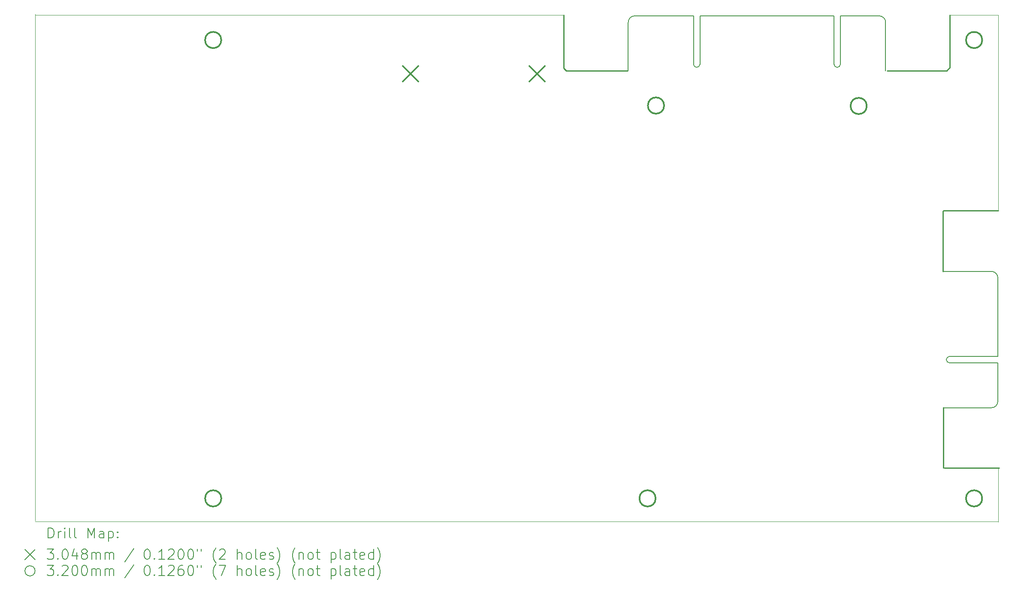
<source format=gbr>
%TF.GenerationSoftware,KiCad,Pcbnew,8.0.2*%
%TF.CreationDate,2024-05-25T17:17:49+02:00*%
%TF.ProjectId,micropet_v3,6d696372-6f70-4657-945f-76332e6b6963,rev?*%
%TF.SameCoordinates,Original*%
%TF.FileFunction,Drillmap*%
%TF.FilePolarity,Positive*%
%FSLAX45Y45*%
G04 Gerber Fmt 4.5, Leading zero omitted, Abs format (unit mm)*
G04 Created by KiCad (PCBNEW 8.0.2) date 2024-05-25 17:17:49*
%MOMM*%
%LPD*%
G01*
G04 APERTURE LIST*
%ADD10C,0.254000*%
%ADD11C,0.050000*%
%ADD12C,0.127000*%
%ADD13C,0.200000*%
%ADD14C,0.304800*%
%ADD15C,0.320000*%
G04 APERTURE END LIST*
D10*
X25278286Y-7762875D02*
X25294161Y-7747000D01*
D11*
X17805400Y-3890000D02*
X17805400Y-3890000D01*
X7366000Y-13890000D02*
X26372161Y-13890000D01*
X7366000Y-3873500D02*
X7366000Y-13873500D01*
D10*
X24182911Y-4984750D02*
X25357661Y-4984750D01*
X25294161Y-11636375D02*
X25294161Y-12827000D01*
D11*
X26365723Y-3889375D02*
X25425400Y-3889375D01*
X17805400Y-3890000D02*
X7366000Y-3890000D01*
D10*
X25421161Y-3886200D02*
X25421161Y-4921250D01*
X25278286Y-8953500D02*
X25278286Y-7762875D01*
X19055286Y-4984750D02*
X17848786Y-4984750D01*
X26373661Y-7747000D02*
X25294161Y-7747000D01*
X25357661Y-4984750D02*
X25421161Y-4921250D01*
X17801161Y-3886200D02*
X17801161Y-4937125D01*
D11*
X26372161Y-13898562D02*
X26372161Y-12827000D01*
X26372161Y-7747000D02*
X26372161Y-3890000D01*
D10*
X17848786Y-4984750D02*
X17801161Y-4937125D01*
X26389536Y-12827000D02*
X25310036Y-12827000D01*
D12*
X19071161Y-4032250D02*
X19071161Y-4984750D01*
X20358941Y-3905250D02*
X19198161Y-3905250D01*
X20358941Y-3905250D02*
X20358941Y-4857750D01*
X20485941Y-3905250D02*
X20485941Y-4857750D01*
X23132621Y-3905250D02*
X20485941Y-3905250D01*
X23132621Y-3905250D02*
X23132621Y-4857750D01*
X23259621Y-3905250D02*
X23259621Y-4857750D01*
X24024161Y-3905250D02*
X23259621Y-3905250D01*
X24151161Y-4984750D02*
X24151161Y-4032250D01*
X19071161Y-4032250D02*
G75*
G02*
X19198161Y-3905250I127000J0D01*
G01*
X20422441Y-4921250D02*
G75*
G02*
X20358941Y-4857750I0J63500D01*
G01*
X20485941Y-4857750D02*
G75*
G02*
X20422441Y-4921250I-63500J0D01*
G01*
X23196121Y-4921250D02*
G75*
G02*
X23132621Y-4857750I0J63500D01*
G01*
X23259621Y-4857750D02*
G75*
G02*
X23196121Y-4921250I-63500J0D01*
G01*
X24024161Y-3905250D02*
G75*
G02*
X24151161Y-4032250I0J-127000D01*
G01*
X25286223Y-11641137D02*
X26238723Y-11641137D01*
X26238723Y-8948738D02*
X25286223Y-8948738D01*
X26365723Y-10627678D02*
X25413223Y-10627678D01*
X26365723Y-10627678D02*
X26365723Y-9075738D01*
X26365723Y-10754678D02*
X25413223Y-10754678D01*
X26365723Y-11514137D02*
X26365723Y-10754678D01*
X25349723Y-10691178D02*
G75*
G02*
X25413223Y-10627678I63500J0D01*
G01*
X25413223Y-10754678D02*
G75*
G02*
X25349723Y-10691178I0J63500D01*
G01*
X26238723Y-8948738D02*
G75*
G02*
X26365723Y-9075738I0J-127000D01*
G01*
X26365723Y-11514137D02*
G75*
G02*
X26238723Y-11641137I-127000J0D01*
G01*
D13*
D14*
X14621081Y-4895850D02*
X14925881Y-5200650D01*
X14925881Y-4895850D02*
X14621081Y-5200650D01*
X17120441Y-4895850D02*
X17425241Y-5200650D01*
X17425241Y-4895850D02*
X17120441Y-5200650D01*
D15*
X11039661Y-4381500D02*
G75*
G02*
X10719661Y-4381500I-160000J0D01*
G01*
X10719661Y-4381500D02*
G75*
G02*
X11039661Y-4381500I160000J0D01*
G01*
X11039661Y-13430250D02*
G75*
G02*
X10719661Y-13430250I-160000J0D01*
G01*
X10719661Y-13430250D02*
G75*
G02*
X11039661Y-13430250I160000J0D01*
G01*
X19612161Y-13430250D02*
G75*
G02*
X19292161Y-13430250I-160000J0D01*
G01*
X19292161Y-13430250D02*
G75*
G02*
X19612161Y-13430250I160000J0D01*
G01*
X19778848Y-5675312D02*
G75*
G02*
X19458848Y-5675312I-160000J0D01*
G01*
X19458848Y-5675312D02*
G75*
G02*
X19778848Y-5675312I160000J0D01*
G01*
X23779348Y-5683250D02*
G75*
G02*
X23459348Y-5683250I-160000J0D01*
G01*
X23459348Y-5683250D02*
G75*
G02*
X23779348Y-5683250I160000J0D01*
G01*
X26057411Y-4381500D02*
G75*
G02*
X25737411Y-4381500I-160000J0D01*
G01*
X25737411Y-4381500D02*
G75*
G02*
X26057411Y-4381500I160000J0D01*
G01*
X26057411Y-13430250D02*
G75*
G02*
X25737411Y-13430250I-160000J0D01*
G01*
X25737411Y-13430250D02*
G75*
G02*
X26057411Y-13430250I160000J0D01*
G01*
D13*
X7624277Y-14212546D02*
X7624277Y-14012546D01*
X7624277Y-14012546D02*
X7671896Y-14012546D01*
X7671896Y-14012546D02*
X7700467Y-14022070D01*
X7700467Y-14022070D02*
X7719515Y-14041118D01*
X7719515Y-14041118D02*
X7729039Y-14060165D01*
X7729039Y-14060165D02*
X7738562Y-14098260D01*
X7738562Y-14098260D02*
X7738562Y-14126832D01*
X7738562Y-14126832D02*
X7729039Y-14164927D01*
X7729039Y-14164927D02*
X7719515Y-14183975D01*
X7719515Y-14183975D02*
X7700467Y-14203022D01*
X7700467Y-14203022D02*
X7671896Y-14212546D01*
X7671896Y-14212546D02*
X7624277Y-14212546D01*
X7824277Y-14212546D02*
X7824277Y-14079213D01*
X7824277Y-14117308D02*
X7833801Y-14098260D01*
X7833801Y-14098260D02*
X7843324Y-14088737D01*
X7843324Y-14088737D02*
X7862372Y-14079213D01*
X7862372Y-14079213D02*
X7881420Y-14079213D01*
X7948086Y-14212546D02*
X7948086Y-14079213D01*
X7948086Y-14012546D02*
X7938562Y-14022070D01*
X7938562Y-14022070D02*
X7948086Y-14031594D01*
X7948086Y-14031594D02*
X7957610Y-14022070D01*
X7957610Y-14022070D02*
X7948086Y-14012546D01*
X7948086Y-14012546D02*
X7948086Y-14031594D01*
X8071896Y-14212546D02*
X8052848Y-14203022D01*
X8052848Y-14203022D02*
X8043324Y-14183975D01*
X8043324Y-14183975D02*
X8043324Y-14012546D01*
X8176658Y-14212546D02*
X8157610Y-14203022D01*
X8157610Y-14203022D02*
X8148086Y-14183975D01*
X8148086Y-14183975D02*
X8148086Y-14012546D01*
X8405229Y-14212546D02*
X8405229Y-14012546D01*
X8405229Y-14012546D02*
X8471896Y-14155403D01*
X8471896Y-14155403D02*
X8538563Y-14012546D01*
X8538563Y-14012546D02*
X8538563Y-14212546D01*
X8719515Y-14212546D02*
X8719515Y-14107784D01*
X8719515Y-14107784D02*
X8709991Y-14088737D01*
X8709991Y-14088737D02*
X8690944Y-14079213D01*
X8690944Y-14079213D02*
X8652848Y-14079213D01*
X8652848Y-14079213D02*
X8633801Y-14088737D01*
X8719515Y-14203022D02*
X8700467Y-14212546D01*
X8700467Y-14212546D02*
X8652848Y-14212546D01*
X8652848Y-14212546D02*
X8633801Y-14203022D01*
X8633801Y-14203022D02*
X8624277Y-14183975D01*
X8624277Y-14183975D02*
X8624277Y-14164927D01*
X8624277Y-14164927D02*
X8633801Y-14145880D01*
X8633801Y-14145880D02*
X8652848Y-14136356D01*
X8652848Y-14136356D02*
X8700467Y-14136356D01*
X8700467Y-14136356D02*
X8719515Y-14126832D01*
X8814753Y-14079213D02*
X8814753Y-14279213D01*
X8814753Y-14088737D02*
X8833801Y-14079213D01*
X8833801Y-14079213D02*
X8871896Y-14079213D01*
X8871896Y-14079213D02*
X8890944Y-14088737D01*
X8890944Y-14088737D02*
X8900467Y-14098260D01*
X8900467Y-14098260D02*
X8909991Y-14117308D01*
X8909991Y-14117308D02*
X8909991Y-14174451D01*
X8909991Y-14174451D02*
X8900467Y-14193499D01*
X8900467Y-14193499D02*
X8890944Y-14203022D01*
X8890944Y-14203022D02*
X8871896Y-14212546D01*
X8871896Y-14212546D02*
X8833801Y-14212546D01*
X8833801Y-14212546D02*
X8814753Y-14203022D01*
X8995705Y-14193499D02*
X9005229Y-14203022D01*
X9005229Y-14203022D02*
X8995705Y-14212546D01*
X8995705Y-14212546D02*
X8986182Y-14203022D01*
X8986182Y-14203022D02*
X8995705Y-14193499D01*
X8995705Y-14193499D02*
X8995705Y-14212546D01*
X8995705Y-14088737D02*
X9005229Y-14098260D01*
X9005229Y-14098260D02*
X8995705Y-14107784D01*
X8995705Y-14107784D02*
X8986182Y-14098260D01*
X8986182Y-14098260D02*
X8995705Y-14088737D01*
X8995705Y-14088737D02*
X8995705Y-14107784D01*
X7163500Y-14441062D02*
X7363500Y-14641062D01*
X7363500Y-14441062D02*
X7163500Y-14641062D01*
X7605229Y-14432546D02*
X7729039Y-14432546D01*
X7729039Y-14432546D02*
X7662372Y-14508737D01*
X7662372Y-14508737D02*
X7690943Y-14508737D01*
X7690943Y-14508737D02*
X7709991Y-14518260D01*
X7709991Y-14518260D02*
X7719515Y-14527784D01*
X7719515Y-14527784D02*
X7729039Y-14546832D01*
X7729039Y-14546832D02*
X7729039Y-14594451D01*
X7729039Y-14594451D02*
X7719515Y-14613499D01*
X7719515Y-14613499D02*
X7709991Y-14623022D01*
X7709991Y-14623022D02*
X7690943Y-14632546D01*
X7690943Y-14632546D02*
X7633801Y-14632546D01*
X7633801Y-14632546D02*
X7614753Y-14623022D01*
X7614753Y-14623022D02*
X7605229Y-14613499D01*
X7814753Y-14613499D02*
X7824277Y-14623022D01*
X7824277Y-14623022D02*
X7814753Y-14632546D01*
X7814753Y-14632546D02*
X7805229Y-14623022D01*
X7805229Y-14623022D02*
X7814753Y-14613499D01*
X7814753Y-14613499D02*
X7814753Y-14632546D01*
X7948086Y-14432546D02*
X7967134Y-14432546D01*
X7967134Y-14432546D02*
X7986182Y-14442070D01*
X7986182Y-14442070D02*
X7995705Y-14451594D01*
X7995705Y-14451594D02*
X8005229Y-14470641D01*
X8005229Y-14470641D02*
X8014753Y-14508737D01*
X8014753Y-14508737D02*
X8014753Y-14556356D01*
X8014753Y-14556356D02*
X8005229Y-14594451D01*
X8005229Y-14594451D02*
X7995705Y-14613499D01*
X7995705Y-14613499D02*
X7986182Y-14623022D01*
X7986182Y-14623022D02*
X7967134Y-14632546D01*
X7967134Y-14632546D02*
X7948086Y-14632546D01*
X7948086Y-14632546D02*
X7929039Y-14623022D01*
X7929039Y-14623022D02*
X7919515Y-14613499D01*
X7919515Y-14613499D02*
X7909991Y-14594451D01*
X7909991Y-14594451D02*
X7900467Y-14556356D01*
X7900467Y-14556356D02*
X7900467Y-14508737D01*
X7900467Y-14508737D02*
X7909991Y-14470641D01*
X7909991Y-14470641D02*
X7919515Y-14451594D01*
X7919515Y-14451594D02*
X7929039Y-14442070D01*
X7929039Y-14442070D02*
X7948086Y-14432546D01*
X8186182Y-14499213D02*
X8186182Y-14632546D01*
X8138562Y-14423022D02*
X8090943Y-14565880D01*
X8090943Y-14565880D02*
X8214753Y-14565880D01*
X8319515Y-14518260D02*
X8300467Y-14508737D01*
X8300467Y-14508737D02*
X8290943Y-14499213D01*
X8290943Y-14499213D02*
X8281420Y-14480165D01*
X8281420Y-14480165D02*
X8281420Y-14470641D01*
X8281420Y-14470641D02*
X8290943Y-14451594D01*
X8290943Y-14451594D02*
X8300467Y-14442070D01*
X8300467Y-14442070D02*
X8319515Y-14432546D01*
X8319515Y-14432546D02*
X8357610Y-14432546D01*
X8357610Y-14432546D02*
X8376658Y-14442070D01*
X8376658Y-14442070D02*
X8386182Y-14451594D01*
X8386182Y-14451594D02*
X8395705Y-14470641D01*
X8395705Y-14470641D02*
X8395705Y-14480165D01*
X8395705Y-14480165D02*
X8386182Y-14499213D01*
X8386182Y-14499213D02*
X8376658Y-14508737D01*
X8376658Y-14508737D02*
X8357610Y-14518260D01*
X8357610Y-14518260D02*
X8319515Y-14518260D01*
X8319515Y-14518260D02*
X8300467Y-14527784D01*
X8300467Y-14527784D02*
X8290943Y-14537308D01*
X8290943Y-14537308D02*
X8281420Y-14556356D01*
X8281420Y-14556356D02*
X8281420Y-14594451D01*
X8281420Y-14594451D02*
X8290943Y-14613499D01*
X8290943Y-14613499D02*
X8300467Y-14623022D01*
X8300467Y-14623022D02*
X8319515Y-14632546D01*
X8319515Y-14632546D02*
X8357610Y-14632546D01*
X8357610Y-14632546D02*
X8376658Y-14623022D01*
X8376658Y-14623022D02*
X8386182Y-14613499D01*
X8386182Y-14613499D02*
X8395705Y-14594451D01*
X8395705Y-14594451D02*
X8395705Y-14556356D01*
X8395705Y-14556356D02*
X8386182Y-14537308D01*
X8386182Y-14537308D02*
X8376658Y-14527784D01*
X8376658Y-14527784D02*
X8357610Y-14518260D01*
X8481420Y-14632546D02*
X8481420Y-14499213D01*
X8481420Y-14518260D02*
X8490944Y-14508737D01*
X8490944Y-14508737D02*
X8509991Y-14499213D01*
X8509991Y-14499213D02*
X8538563Y-14499213D01*
X8538563Y-14499213D02*
X8557610Y-14508737D01*
X8557610Y-14508737D02*
X8567134Y-14527784D01*
X8567134Y-14527784D02*
X8567134Y-14632546D01*
X8567134Y-14527784D02*
X8576658Y-14508737D01*
X8576658Y-14508737D02*
X8595705Y-14499213D01*
X8595705Y-14499213D02*
X8624277Y-14499213D01*
X8624277Y-14499213D02*
X8643325Y-14508737D01*
X8643325Y-14508737D02*
X8652848Y-14527784D01*
X8652848Y-14527784D02*
X8652848Y-14632546D01*
X8748086Y-14632546D02*
X8748086Y-14499213D01*
X8748086Y-14518260D02*
X8757610Y-14508737D01*
X8757610Y-14508737D02*
X8776658Y-14499213D01*
X8776658Y-14499213D02*
X8805229Y-14499213D01*
X8805229Y-14499213D02*
X8824277Y-14508737D01*
X8824277Y-14508737D02*
X8833801Y-14527784D01*
X8833801Y-14527784D02*
X8833801Y-14632546D01*
X8833801Y-14527784D02*
X8843325Y-14508737D01*
X8843325Y-14508737D02*
X8862372Y-14499213D01*
X8862372Y-14499213D02*
X8890944Y-14499213D01*
X8890944Y-14499213D02*
X8909991Y-14508737D01*
X8909991Y-14508737D02*
X8919515Y-14527784D01*
X8919515Y-14527784D02*
X8919515Y-14632546D01*
X9309991Y-14423022D02*
X9138563Y-14680165D01*
X9567134Y-14432546D02*
X9586182Y-14432546D01*
X9586182Y-14432546D02*
X9605229Y-14442070D01*
X9605229Y-14442070D02*
X9614753Y-14451594D01*
X9614753Y-14451594D02*
X9624277Y-14470641D01*
X9624277Y-14470641D02*
X9633801Y-14508737D01*
X9633801Y-14508737D02*
X9633801Y-14556356D01*
X9633801Y-14556356D02*
X9624277Y-14594451D01*
X9624277Y-14594451D02*
X9614753Y-14613499D01*
X9614753Y-14613499D02*
X9605229Y-14623022D01*
X9605229Y-14623022D02*
X9586182Y-14632546D01*
X9586182Y-14632546D02*
X9567134Y-14632546D01*
X9567134Y-14632546D02*
X9548087Y-14623022D01*
X9548087Y-14623022D02*
X9538563Y-14613499D01*
X9538563Y-14613499D02*
X9529039Y-14594451D01*
X9529039Y-14594451D02*
X9519515Y-14556356D01*
X9519515Y-14556356D02*
X9519515Y-14508737D01*
X9519515Y-14508737D02*
X9529039Y-14470641D01*
X9529039Y-14470641D02*
X9538563Y-14451594D01*
X9538563Y-14451594D02*
X9548087Y-14442070D01*
X9548087Y-14442070D02*
X9567134Y-14432546D01*
X9719515Y-14613499D02*
X9729039Y-14623022D01*
X9729039Y-14623022D02*
X9719515Y-14632546D01*
X9719515Y-14632546D02*
X9709991Y-14623022D01*
X9709991Y-14623022D02*
X9719515Y-14613499D01*
X9719515Y-14613499D02*
X9719515Y-14632546D01*
X9919515Y-14632546D02*
X9805229Y-14632546D01*
X9862372Y-14632546D02*
X9862372Y-14432546D01*
X9862372Y-14432546D02*
X9843325Y-14461118D01*
X9843325Y-14461118D02*
X9824277Y-14480165D01*
X9824277Y-14480165D02*
X9805229Y-14489689D01*
X9995706Y-14451594D02*
X10005229Y-14442070D01*
X10005229Y-14442070D02*
X10024277Y-14432546D01*
X10024277Y-14432546D02*
X10071896Y-14432546D01*
X10071896Y-14432546D02*
X10090944Y-14442070D01*
X10090944Y-14442070D02*
X10100468Y-14451594D01*
X10100468Y-14451594D02*
X10109991Y-14470641D01*
X10109991Y-14470641D02*
X10109991Y-14489689D01*
X10109991Y-14489689D02*
X10100468Y-14518260D01*
X10100468Y-14518260D02*
X9986182Y-14632546D01*
X9986182Y-14632546D02*
X10109991Y-14632546D01*
X10233801Y-14432546D02*
X10252849Y-14432546D01*
X10252849Y-14432546D02*
X10271896Y-14442070D01*
X10271896Y-14442070D02*
X10281420Y-14451594D01*
X10281420Y-14451594D02*
X10290944Y-14470641D01*
X10290944Y-14470641D02*
X10300468Y-14508737D01*
X10300468Y-14508737D02*
X10300468Y-14556356D01*
X10300468Y-14556356D02*
X10290944Y-14594451D01*
X10290944Y-14594451D02*
X10281420Y-14613499D01*
X10281420Y-14613499D02*
X10271896Y-14623022D01*
X10271896Y-14623022D02*
X10252849Y-14632546D01*
X10252849Y-14632546D02*
X10233801Y-14632546D01*
X10233801Y-14632546D02*
X10214753Y-14623022D01*
X10214753Y-14623022D02*
X10205229Y-14613499D01*
X10205229Y-14613499D02*
X10195706Y-14594451D01*
X10195706Y-14594451D02*
X10186182Y-14556356D01*
X10186182Y-14556356D02*
X10186182Y-14508737D01*
X10186182Y-14508737D02*
X10195706Y-14470641D01*
X10195706Y-14470641D02*
X10205229Y-14451594D01*
X10205229Y-14451594D02*
X10214753Y-14442070D01*
X10214753Y-14442070D02*
X10233801Y-14432546D01*
X10424277Y-14432546D02*
X10443325Y-14432546D01*
X10443325Y-14432546D02*
X10462372Y-14442070D01*
X10462372Y-14442070D02*
X10471896Y-14451594D01*
X10471896Y-14451594D02*
X10481420Y-14470641D01*
X10481420Y-14470641D02*
X10490944Y-14508737D01*
X10490944Y-14508737D02*
X10490944Y-14556356D01*
X10490944Y-14556356D02*
X10481420Y-14594451D01*
X10481420Y-14594451D02*
X10471896Y-14613499D01*
X10471896Y-14613499D02*
X10462372Y-14623022D01*
X10462372Y-14623022D02*
X10443325Y-14632546D01*
X10443325Y-14632546D02*
X10424277Y-14632546D01*
X10424277Y-14632546D02*
X10405229Y-14623022D01*
X10405229Y-14623022D02*
X10395706Y-14613499D01*
X10395706Y-14613499D02*
X10386182Y-14594451D01*
X10386182Y-14594451D02*
X10376658Y-14556356D01*
X10376658Y-14556356D02*
X10376658Y-14508737D01*
X10376658Y-14508737D02*
X10386182Y-14470641D01*
X10386182Y-14470641D02*
X10395706Y-14451594D01*
X10395706Y-14451594D02*
X10405229Y-14442070D01*
X10405229Y-14442070D02*
X10424277Y-14432546D01*
X10567134Y-14432546D02*
X10567134Y-14470641D01*
X10643325Y-14432546D02*
X10643325Y-14470641D01*
X10938563Y-14708737D02*
X10929039Y-14699213D01*
X10929039Y-14699213D02*
X10909991Y-14670641D01*
X10909991Y-14670641D02*
X10900468Y-14651594D01*
X10900468Y-14651594D02*
X10890944Y-14623022D01*
X10890944Y-14623022D02*
X10881420Y-14575403D01*
X10881420Y-14575403D02*
X10881420Y-14537308D01*
X10881420Y-14537308D02*
X10890944Y-14489689D01*
X10890944Y-14489689D02*
X10900468Y-14461118D01*
X10900468Y-14461118D02*
X10909991Y-14442070D01*
X10909991Y-14442070D02*
X10929039Y-14413499D01*
X10929039Y-14413499D02*
X10938563Y-14403975D01*
X11005230Y-14451594D02*
X11014753Y-14442070D01*
X11014753Y-14442070D02*
X11033801Y-14432546D01*
X11033801Y-14432546D02*
X11081420Y-14432546D01*
X11081420Y-14432546D02*
X11100468Y-14442070D01*
X11100468Y-14442070D02*
X11109991Y-14451594D01*
X11109991Y-14451594D02*
X11119515Y-14470641D01*
X11119515Y-14470641D02*
X11119515Y-14489689D01*
X11119515Y-14489689D02*
X11109991Y-14518260D01*
X11109991Y-14518260D02*
X10995706Y-14632546D01*
X10995706Y-14632546D02*
X11119515Y-14632546D01*
X11357610Y-14632546D02*
X11357610Y-14432546D01*
X11443325Y-14632546D02*
X11443325Y-14527784D01*
X11443325Y-14527784D02*
X11433801Y-14508737D01*
X11433801Y-14508737D02*
X11414753Y-14499213D01*
X11414753Y-14499213D02*
X11386182Y-14499213D01*
X11386182Y-14499213D02*
X11367134Y-14508737D01*
X11367134Y-14508737D02*
X11357610Y-14518260D01*
X11567134Y-14632546D02*
X11548087Y-14623022D01*
X11548087Y-14623022D02*
X11538563Y-14613499D01*
X11538563Y-14613499D02*
X11529039Y-14594451D01*
X11529039Y-14594451D02*
X11529039Y-14537308D01*
X11529039Y-14537308D02*
X11538563Y-14518260D01*
X11538563Y-14518260D02*
X11548087Y-14508737D01*
X11548087Y-14508737D02*
X11567134Y-14499213D01*
X11567134Y-14499213D02*
X11595706Y-14499213D01*
X11595706Y-14499213D02*
X11614753Y-14508737D01*
X11614753Y-14508737D02*
X11624277Y-14518260D01*
X11624277Y-14518260D02*
X11633801Y-14537308D01*
X11633801Y-14537308D02*
X11633801Y-14594451D01*
X11633801Y-14594451D02*
X11624277Y-14613499D01*
X11624277Y-14613499D02*
X11614753Y-14623022D01*
X11614753Y-14623022D02*
X11595706Y-14632546D01*
X11595706Y-14632546D02*
X11567134Y-14632546D01*
X11748087Y-14632546D02*
X11729039Y-14623022D01*
X11729039Y-14623022D02*
X11719515Y-14603975D01*
X11719515Y-14603975D02*
X11719515Y-14432546D01*
X11900468Y-14623022D02*
X11881420Y-14632546D01*
X11881420Y-14632546D02*
X11843325Y-14632546D01*
X11843325Y-14632546D02*
X11824277Y-14623022D01*
X11824277Y-14623022D02*
X11814753Y-14603975D01*
X11814753Y-14603975D02*
X11814753Y-14527784D01*
X11814753Y-14527784D02*
X11824277Y-14508737D01*
X11824277Y-14508737D02*
X11843325Y-14499213D01*
X11843325Y-14499213D02*
X11881420Y-14499213D01*
X11881420Y-14499213D02*
X11900468Y-14508737D01*
X11900468Y-14508737D02*
X11909991Y-14527784D01*
X11909991Y-14527784D02*
X11909991Y-14546832D01*
X11909991Y-14546832D02*
X11814753Y-14565880D01*
X11986182Y-14623022D02*
X12005230Y-14632546D01*
X12005230Y-14632546D02*
X12043325Y-14632546D01*
X12043325Y-14632546D02*
X12062372Y-14623022D01*
X12062372Y-14623022D02*
X12071896Y-14603975D01*
X12071896Y-14603975D02*
X12071896Y-14594451D01*
X12071896Y-14594451D02*
X12062372Y-14575403D01*
X12062372Y-14575403D02*
X12043325Y-14565880D01*
X12043325Y-14565880D02*
X12014753Y-14565880D01*
X12014753Y-14565880D02*
X11995706Y-14556356D01*
X11995706Y-14556356D02*
X11986182Y-14537308D01*
X11986182Y-14537308D02*
X11986182Y-14527784D01*
X11986182Y-14527784D02*
X11995706Y-14508737D01*
X11995706Y-14508737D02*
X12014753Y-14499213D01*
X12014753Y-14499213D02*
X12043325Y-14499213D01*
X12043325Y-14499213D02*
X12062372Y-14508737D01*
X12138563Y-14708737D02*
X12148087Y-14699213D01*
X12148087Y-14699213D02*
X12167134Y-14670641D01*
X12167134Y-14670641D02*
X12176658Y-14651594D01*
X12176658Y-14651594D02*
X12186182Y-14623022D01*
X12186182Y-14623022D02*
X12195706Y-14575403D01*
X12195706Y-14575403D02*
X12195706Y-14537308D01*
X12195706Y-14537308D02*
X12186182Y-14489689D01*
X12186182Y-14489689D02*
X12176658Y-14461118D01*
X12176658Y-14461118D02*
X12167134Y-14442070D01*
X12167134Y-14442070D02*
X12148087Y-14413499D01*
X12148087Y-14413499D02*
X12138563Y-14403975D01*
X12500468Y-14708737D02*
X12490944Y-14699213D01*
X12490944Y-14699213D02*
X12471896Y-14670641D01*
X12471896Y-14670641D02*
X12462372Y-14651594D01*
X12462372Y-14651594D02*
X12452849Y-14623022D01*
X12452849Y-14623022D02*
X12443325Y-14575403D01*
X12443325Y-14575403D02*
X12443325Y-14537308D01*
X12443325Y-14537308D02*
X12452849Y-14489689D01*
X12452849Y-14489689D02*
X12462372Y-14461118D01*
X12462372Y-14461118D02*
X12471896Y-14442070D01*
X12471896Y-14442070D02*
X12490944Y-14413499D01*
X12490944Y-14413499D02*
X12500468Y-14403975D01*
X12576658Y-14499213D02*
X12576658Y-14632546D01*
X12576658Y-14518260D02*
X12586182Y-14508737D01*
X12586182Y-14508737D02*
X12605230Y-14499213D01*
X12605230Y-14499213D02*
X12633801Y-14499213D01*
X12633801Y-14499213D02*
X12652849Y-14508737D01*
X12652849Y-14508737D02*
X12662372Y-14527784D01*
X12662372Y-14527784D02*
X12662372Y-14632546D01*
X12786182Y-14632546D02*
X12767134Y-14623022D01*
X12767134Y-14623022D02*
X12757611Y-14613499D01*
X12757611Y-14613499D02*
X12748087Y-14594451D01*
X12748087Y-14594451D02*
X12748087Y-14537308D01*
X12748087Y-14537308D02*
X12757611Y-14518260D01*
X12757611Y-14518260D02*
X12767134Y-14508737D01*
X12767134Y-14508737D02*
X12786182Y-14499213D01*
X12786182Y-14499213D02*
X12814753Y-14499213D01*
X12814753Y-14499213D02*
X12833801Y-14508737D01*
X12833801Y-14508737D02*
X12843325Y-14518260D01*
X12843325Y-14518260D02*
X12852849Y-14537308D01*
X12852849Y-14537308D02*
X12852849Y-14594451D01*
X12852849Y-14594451D02*
X12843325Y-14613499D01*
X12843325Y-14613499D02*
X12833801Y-14623022D01*
X12833801Y-14623022D02*
X12814753Y-14632546D01*
X12814753Y-14632546D02*
X12786182Y-14632546D01*
X12909992Y-14499213D02*
X12986182Y-14499213D01*
X12938563Y-14432546D02*
X12938563Y-14603975D01*
X12938563Y-14603975D02*
X12948087Y-14623022D01*
X12948087Y-14623022D02*
X12967134Y-14632546D01*
X12967134Y-14632546D02*
X12986182Y-14632546D01*
X13205230Y-14499213D02*
X13205230Y-14699213D01*
X13205230Y-14508737D02*
X13224277Y-14499213D01*
X13224277Y-14499213D02*
X13262373Y-14499213D01*
X13262373Y-14499213D02*
X13281420Y-14508737D01*
X13281420Y-14508737D02*
X13290944Y-14518260D01*
X13290944Y-14518260D02*
X13300468Y-14537308D01*
X13300468Y-14537308D02*
X13300468Y-14594451D01*
X13300468Y-14594451D02*
X13290944Y-14613499D01*
X13290944Y-14613499D02*
X13281420Y-14623022D01*
X13281420Y-14623022D02*
X13262373Y-14632546D01*
X13262373Y-14632546D02*
X13224277Y-14632546D01*
X13224277Y-14632546D02*
X13205230Y-14623022D01*
X13414753Y-14632546D02*
X13395706Y-14623022D01*
X13395706Y-14623022D02*
X13386182Y-14603975D01*
X13386182Y-14603975D02*
X13386182Y-14432546D01*
X13576658Y-14632546D02*
X13576658Y-14527784D01*
X13576658Y-14527784D02*
X13567134Y-14508737D01*
X13567134Y-14508737D02*
X13548087Y-14499213D01*
X13548087Y-14499213D02*
X13509992Y-14499213D01*
X13509992Y-14499213D02*
X13490944Y-14508737D01*
X13576658Y-14623022D02*
X13557611Y-14632546D01*
X13557611Y-14632546D02*
X13509992Y-14632546D01*
X13509992Y-14632546D02*
X13490944Y-14623022D01*
X13490944Y-14623022D02*
X13481420Y-14603975D01*
X13481420Y-14603975D02*
X13481420Y-14584927D01*
X13481420Y-14584927D02*
X13490944Y-14565880D01*
X13490944Y-14565880D02*
X13509992Y-14556356D01*
X13509992Y-14556356D02*
X13557611Y-14556356D01*
X13557611Y-14556356D02*
X13576658Y-14546832D01*
X13643325Y-14499213D02*
X13719515Y-14499213D01*
X13671896Y-14432546D02*
X13671896Y-14603975D01*
X13671896Y-14603975D02*
X13681420Y-14623022D01*
X13681420Y-14623022D02*
X13700468Y-14632546D01*
X13700468Y-14632546D02*
X13719515Y-14632546D01*
X13862373Y-14623022D02*
X13843325Y-14632546D01*
X13843325Y-14632546D02*
X13805230Y-14632546D01*
X13805230Y-14632546D02*
X13786182Y-14623022D01*
X13786182Y-14623022D02*
X13776658Y-14603975D01*
X13776658Y-14603975D02*
X13776658Y-14527784D01*
X13776658Y-14527784D02*
X13786182Y-14508737D01*
X13786182Y-14508737D02*
X13805230Y-14499213D01*
X13805230Y-14499213D02*
X13843325Y-14499213D01*
X13843325Y-14499213D02*
X13862373Y-14508737D01*
X13862373Y-14508737D02*
X13871896Y-14527784D01*
X13871896Y-14527784D02*
X13871896Y-14546832D01*
X13871896Y-14546832D02*
X13776658Y-14565880D01*
X14043325Y-14632546D02*
X14043325Y-14432546D01*
X14043325Y-14623022D02*
X14024277Y-14632546D01*
X14024277Y-14632546D02*
X13986182Y-14632546D01*
X13986182Y-14632546D02*
X13967134Y-14623022D01*
X13967134Y-14623022D02*
X13957611Y-14613499D01*
X13957611Y-14613499D02*
X13948087Y-14594451D01*
X13948087Y-14594451D02*
X13948087Y-14537308D01*
X13948087Y-14537308D02*
X13957611Y-14518260D01*
X13957611Y-14518260D02*
X13967134Y-14508737D01*
X13967134Y-14508737D02*
X13986182Y-14499213D01*
X13986182Y-14499213D02*
X14024277Y-14499213D01*
X14024277Y-14499213D02*
X14043325Y-14508737D01*
X14119515Y-14708737D02*
X14129039Y-14699213D01*
X14129039Y-14699213D02*
X14148087Y-14670641D01*
X14148087Y-14670641D02*
X14157611Y-14651594D01*
X14157611Y-14651594D02*
X14167134Y-14623022D01*
X14167134Y-14623022D02*
X14176658Y-14575403D01*
X14176658Y-14575403D02*
X14176658Y-14537308D01*
X14176658Y-14537308D02*
X14167134Y-14489689D01*
X14167134Y-14489689D02*
X14157611Y-14461118D01*
X14157611Y-14461118D02*
X14148087Y-14442070D01*
X14148087Y-14442070D02*
X14129039Y-14413499D01*
X14129039Y-14413499D02*
X14119515Y-14403975D01*
X7363500Y-14861062D02*
G75*
G02*
X7163500Y-14861062I-100000J0D01*
G01*
X7163500Y-14861062D02*
G75*
G02*
X7363500Y-14861062I100000J0D01*
G01*
X7605229Y-14752546D02*
X7729039Y-14752546D01*
X7729039Y-14752546D02*
X7662372Y-14828737D01*
X7662372Y-14828737D02*
X7690943Y-14828737D01*
X7690943Y-14828737D02*
X7709991Y-14838260D01*
X7709991Y-14838260D02*
X7719515Y-14847784D01*
X7719515Y-14847784D02*
X7729039Y-14866832D01*
X7729039Y-14866832D02*
X7729039Y-14914451D01*
X7729039Y-14914451D02*
X7719515Y-14933499D01*
X7719515Y-14933499D02*
X7709991Y-14943022D01*
X7709991Y-14943022D02*
X7690943Y-14952546D01*
X7690943Y-14952546D02*
X7633801Y-14952546D01*
X7633801Y-14952546D02*
X7614753Y-14943022D01*
X7614753Y-14943022D02*
X7605229Y-14933499D01*
X7814753Y-14933499D02*
X7824277Y-14943022D01*
X7824277Y-14943022D02*
X7814753Y-14952546D01*
X7814753Y-14952546D02*
X7805229Y-14943022D01*
X7805229Y-14943022D02*
X7814753Y-14933499D01*
X7814753Y-14933499D02*
X7814753Y-14952546D01*
X7900467Y-14771594D02*
X7909991Y-14762070D01*
X7909991Y-14762070D02*
X7929039Y-14752546D01*
X7929039Y-14752546D02*
X7976658Y-14752546D01*
X7976658Y-14752546D02*
X7995705Y-14762070D01*
X7995705Y-14762070D02*
X8005229Y-14771594D01*
X8005229Y-14771594D02*
X8014753Y-14790641D01*
X8014753Y-14790641D02*
X8014753Y-14809689D01*
X8014753Y-14809689D02*
X8005229Y-14838260D01*
X8005229Y-14838260D02*
X7890943Y-14952546D01*
X7890943Y-14952546D02*
X8014753Y-14952546D01*
X8138562Y-14752546D02*
X8157610Y-14752546D01*
X8157610Y-14752546D02*
X8176658Y-14762070D01*
X8176658Y-14762070D02*
X8186182Y-14771594D01*
X8186182Y-14771594D02*
X8195705Y-14790641D01*
X8195705Y-14790641D02*
X8205229Y-14828737D01*
X8205229Y-14828737D02*
X8205229Y-14876356D01*
X8205229Y-14876356D02*
X8195705Y-14914451D01*
X8195705Y-14914451D02*
X8186182Y-14933499D01*
X8186182Y-14933499D02*
X8176658Y-14943022D01*
X8176658Y-14943022D02*
X8157610Y-14952546D01*
X8157610Y-14952546D02*
X8138562Y-14952546D01*
X8138562Y-14952546D02*
X8119515Y-14943022D01*
X8119515Y-14943022D02*
X8109991Y-14933499D01*
X8109991Y-14933499D02*
X8100467Y-14914451D01*
X8100467Y-14914451D02*
X8090943Y-14876356D01*
X8090943Y-14876356D02*
X8090943Y-14828737D01*
X8090943Y-14828737D02*
X8100467Y-14790641D01*
X8100467Y-14790641D02*
X8109991Y-14771594D01*
X8109991Y-14771594D02*
X8119515Y-14762070D01*
X8119515Y-14762070D02*
X8138562Y-14752546D01*
X8329039Y-14752546D02*
X8348086Y-14752546D01*
X8348086Y-14752546D02*
X8367134Y-14762070D01*
X8367134Y-14762070D02*
X8376658Y-14771594D01*
X8376658Y-14771594D02*
X8386182Y-14790641D01*
X8386182Y-14790641D02*
X8395705Y-14828737D01*
X8395705Y-14828737D02*
X8395705Y-14876356D01*
X8395705Y-14876356D02*
X8386182Y-14914451D01*
X8386182Y-14914451D02*
X8376658Y-14933499D01*
X8376658Y-14933499D02*
X8367134Y-14943022D01*
X8367134Y-14943022D02*
X8348086Y-14952546D01*
X8348086Y-14952546D02*
X8329039Y-14952546D01*
X8329039Y-14952546D02*
X8309991Y-14943022D01*
X8309991Y-14943022D02*
X8300467Y-14933499D01*
X8300467Y-14933499D02*
X8290943Y-14914451D01*
X8290943Y-14914451D02*
X8281420Y-14876356D01*
X8281420Y-14876356D02*
X8281420Y-14828737D01*
X8281420Y-14828737D02*
X8290943Y-14790641D01*
X8290943Y-14790641D02*
X8300467Y-14771594D01*
X8300467Y-14771594D02*
X8309991Y-14762070D01*
X8309991Y-14762070D02*
X8329039Y-14752546D01*
X8481420Y-14952546D02*
X8481420Y-14819213D01*
X8481420Y-14838260D02*
X8490944Y-14828737D01*
X8490944Y-14828737D02*
X8509991Y-14819213D01*
X8509991Y-14819213D02*
X8538563Y-14819213D01*
X8538563Y-14819213D02*
X8557610Y-14828737D01*
X8557610Y-14828737D02*
X8567134Y-14847784D01*
X8567134Y-14847784D02*
X8567134Y-14952546D01*
X8567134Y-14847784D02*
X8576658Y-14828737D01*
X8576658Y-14828737D02*
X8595705Y-14819213D01*
X8595705Y-14819213D02*
X8624277Y-14819213D01*
X8624277Y-14819213D02*
X8643325Y-14828737D01*
X8643325Y-14828737D02*
X8652848Y-14847784D01*
X8652848Y-14847784D02*
X8652848Y-14952546D01*
X8748086Y-14952546D02*
X8748086Y-14819213D01*
X8748086Y-14838260D02*
X8757610Y-14828737D01*
X8757610Y-14828737D02*
X8776658Y-14819213D01*
X8776658Y-14819213D02*
X8805229Y-14819213D01*
X8805229Y-14819213D02*
X8824277Y-14828737D01*
X8824277Y-14828737D02*
X8833801Y-14847784D01*
X8833801Y-14847784D02*
X8833801Y-14952546D01*
X8833801Y-14847784D02*
X8843325Y-14828737D01*
X8843325Y-14828737D02*
X8862372Y-14819213D01*
X8862372Y-14819213D02*
X8890944Y-14819213D01*
X8890944Y-14819213D02*
X8909991Y-14828737D01*
X8909991Y-14828737D02*
X8919515Y-14847784D01*
X8919515Y-14847784D02*
X8919515Y-14952546D01*
X9309991Y-14743022D02*
X9138563Y-15000165D01*
X9567134Y-14752546D02*
X9586182Y-14752546D01*
X9586182Y-14752546D02*
X9605229Y-14762070D01*
X9605229Y-14762070D02*
X9614753Y-14771594D01*
X9614753Y-14771594D02*
X9624277Y-14790641D01*
X9624277Y-14790641D02*
X9633801Y-14828737D01*
X9633801Y-14828737D02*
X9633801Y-14876356D01*
X9633801Y-14876356D02*
X9624277Y-14914451D01*
X9624277Y-14914451D02*
X9614753Y-14933499D01*
X9614753Y-14933499D02*
X9605229Y-14943022D01*
X9605229Y-14943022D02*
X9586182Y-14952546D01*
X9586182Y-14952546D02*
X9567134Y-14952546D01*
X9567134Y-14952546D02*
X9548087Y-14943022D01*
X9548087Y-14943022D02*
X9538563Y-14933499D01*
X9538563Y-14933499D02*
X9529039Y-14914451D01*
X9529039Y-14914451D02*
X9519515Y-14876356D01*
X9519515Y-14876356D02*
X9519515Y-14828737D01*
X9519515Y-14828737D02*
X9529039Y-14790641D01*
X9529039Y-14790641D02*
X9538563Y-14771594D01*
X9538563Y-14771594D02*
X9548087Y-14762070D01*
X9548087Y-14762070D02*
X9567134Y-14752546D01*
X9719515Y-14933499D02*
X9729039Y-14943022D01*
X9729039Y-14943022D02*
X9719515Y-14952546D01*
X9719515Y-14952546D02*
X9709991Y-14943022D01*
X9709991Y-14943022D02*
X9719515Y-14933499D01*
X9719515Y-14933499D02*
X9719515Y-14952546D01*
X9919515Y-14952546D02*
X9805229Y-14952546D01*
X9862372Y-14952546D02*
X9862372Y-14752546D01*
X9862372Y-14752546D02*
X9843325Y-14781118D01*
X9843325Y-14781118D02*
X9824277Y-14800165D01*
X9824277Y-14800165D02*
X9805229Y-14809689D01*
X9995706Y-14771594D02*
X10005229Y-14762070D01*
X10005229Y-14762070D02*
X10024277Y-14752546D01*
X10024277Y-14752546D02*
X10071896Y-14752546D01*
X10071896Y-14752546D02*
X10090944Y-14762070D01*
X10090944Y-14762070D02*
X10100468Y-14771594D01*
X10100468Y-14771594D02*
X10109991Y-14790641D01*
X10109991Y-14790641D02*
X10109991Y-14809689D01*
X10109991Y-14809689D02*
X10100468Y-14838260D01*
X10100468Y-14838260D02*
X9986182Y-14952546D01*
X9986182Y-14952546D02*
X10109991Y-14952546D01*
X10281420Y-14752546D02*
X10243325Y-14752546D01*
X10243325Y-14752546D02*
X10224277Y-14762070D01*
X10224277Y-14762070D02*
X10214753Y-14771594D01*
X10214753Y-14771594D02*
X10195706Y-14800165D01*
X10195706Y-14800165D02*
X10186182Y-14838260D01*
X10186182Y-14838260D02*
X10186182Y-14914451D01*
X10186182Y-14914451D02*
X10195706Y-14933499D01*
X10195706Y-14933499D02*
X10205229Y-14943022D01*
X10205229Y-14943022D02*
X10224277Y-14952546D01*
X10224277Y-14952546D02*
X10262372Y-14952546D01*
X10262372Y-14952546D02*
X10281420Y-14943022D01*
X10281420Y-14943022D02*
X10290944Y-14933499D01*
X10290944Y-14933499D02*
X10300468Y-14914451D01*
X10300468Y-14914451D02*
X10300468Y-14866832D01*
X10300468Y-14866832D02*
X10290944Y-14847784D01*
X10290944Y-14847784D02*
X10281420Y-14838260D01*
X10281420Y-14838260D02*
X10262372Y-14828737D01*
X10262372Y-14828737D02*
X10224277Y-14828737D01*
X10224277Y-14828737D02*
X10205229Y-14838260D01*
X10205229Y-14838260D02*
X10195706Y-14847784D01*
X10195706Y-14847784D02*
X10186182Y-14866832D01*
X10424277Y-14752546D02*
X10443325Y-14752546D01*
X10443325Y-14752546D02*
X10462372Y-14762070D01*
X10462372Y-14762070D02*
X10471896Y-14771594D01*
X10471896Y-14771594D02*
X10481420Y-14790641D01*
X10481420Y-14790641D02*
X10490944Y-14828737D01*
X10490944Y-14828737D02*
X10490944Y-14876356D01*
X10490944Y-14876356D02*
X10481420Y-14914451D01*
X10481420Y-14914451D02*
X10471896Y-14933499D01*
X10471896Y-14933499D02*
X10462372Y-14943022D01*
X10462372Y-14943022D02*
X10443325Y-14952546D01*
X10443325Y-14952546D02*
X10424277Y-14952546D01*
X10424277Y-14952546D02*
X10405229Y-14943022D01*
X10405229Y-14943022D02*
X10395706Y-14933499D01*
X10395706Y-14933499D02*
X10386182Y-14914451D01*
X10386182Y-14914451D02*
X10376658Y-14876356D01*
X10376658Y-14876356D02*
X10376658Y-14828737D01*
X10376658Y-14828737D02*
X10386182Y-14790641D01*
X10386182Y-14790641D02*
X10395706Y-14771594D01*
X10395706Y-14771594D02*
X10405229Y-14762070D01*
X10405229Y-14762070D02*
X10424277Y-14752546D01*
X10567134Y-14752546D02*
X10567134Y-14790641D01*
X10643325Y-14752546D02*
X10643325Y-14790641D01*
X10938563Y-15028737D02*
X10929039Y-15019213D01*
X10929039Y-15019213D02*
X10909991Y-14990641D01*
X10909991Y-14990641D02*
X10900468Y-14971594D01*
X10900468Y-14971594D02*
X10890944Y-14943022D01*
X10890944Y-14943022D02*
X10881420Y-14895403D01*
X10881420Y-14895403D02*
X10881420Y-14857308D01*
X10881420Y-14857308D02*
X10890944Y-14809689D01*
X10890944Y-14809689D02*
X10900468Y-14781118D01*
X10900468Y-14781118D02*
X10909991Y-14762070D01*
X10909991Y-14762070D02*
X10929039Y-14733499D01*
X10929039Y-14733499D02*
X10938563Y-14723975D01*
X10995706Y-14752546D02*
X11129039Y-14752546D01*
X11129039Y-14752546D02*
X11043325Y-14952546D01*
X11357610Y-14952546D02*
X11357610Y-14752546D01*
X11443325Y-14952546D02*
X11443325Y-14847784D01*
X11443325Y-14847784D02*
X11433801Y-14828737D01*
X11433801Y-14828737D02*
X11414753Y-14819213D01*
X11414753Y-14819213D02*
X11386182Y-14819213D01*
X11386182Y-14819213D02*
X11367134Y-14828737D01*
X11367134Y-14828737D02*
X11357610Y-14838260D01*
X11567134Y-14952546D02*
X11548087Y-14943022D01*
X11548087Y-14943022D02*
X11538563Y-14933499D01*
X11538563Y-14933499D02*
X11529039Y-14914451D01*
X11529039Y-14914451D02*
X11529039Y-14857308D01*
X11529039Y-14857308D02*
X11538563Y-14838260D01*
X11538563Y-14838260D02*
X11548087Y-14828737D01*
X11548087Y-14828737D02*
X11567134Y-14819213D01*
X11567134Y-14819213D02*
X11595706Y-14819213D01*
X11595706Y-14819213D02*
X11614753Y-14828737D01*
X11614753Y-14828737D02*
X11624277Y-14838260D01*
X11624277Y-14838260D02*
X11633801Y-14857308D01*
X11633801Y-14857308D02*
X11633801Y-14914451D01*
X11633801Y-14914451D02*
X11624277Y-14933499D01*
X11624277Y-14933499D02*
X11614753Y-14943022D01*
X11614753Y-14943022D02*
X11595706Y-14952546D01*
X11595706Y-14952546D02*
X11567134Y-14952546D01*
X11748087Y-14952546D02*
X11729039Y-14943022D01*
X11729039Y-14943022D02*
X11719515Y-14923975D01*
X11719515Y-14923975D02*
X11719515Y-14752546D01*
X11900468Y-14943022D02*
X11881420Y-14952546D01*
X11881420Y-14952546D02*
X11843325Y-14952546D01*
X11843325Y-14952546D02*
X11824277Y-14943022D01*
X11824277Y-14943022D02*
X11814753Y-14923975D01*
X11814753Y-14923975D02*
X11814753Y-14847784D01*
X11814753Y-14847784D02*
X11824277Y-14828737D01*
X11824277Y-14828737D02*
X11843325Y-14819213D01*
X11843325Y-14819213D02*
X11881420Y-14819213D01*
X11881420Y-14819213D02*
X11900468Y-14828737D01*
X11900468Y-14828737D02*
X11909991Y-14847784D01*
X11909991Y-14847784D02*
X11909991Y-14866832D01*
X11909991Y-14866832D02*
X11814753Y-14885880D01*
X11986182Y-14943022D02*
X12005230Y-14952546D01*
X12005230Y-14952546D02*
X12043325Y-14952546D01*
X12043325Y-14952546D02*
X12062372Y-14943022D01*
X12062372Y-14943022D02*
X12071896Y-14923975D01*
X12071896Y-14923975D02*
X12071896Y-14914451D01*
X12071896Y-14914451D02*
X12062372Y-14895403D01*
X12062372Y-14895403D02*
X12043325Y-14885880D01*
X12043325Y-14885880D02*
X12014753Y-14885880D01*
X12014753Y-14885880D02*
X11995706Y-14876356D01*
X11995706Y-14876356D02*
X11986182Y-14857308D01*
X11986182Y-14857308D02*
X11986182Y-14847784D01*
X11986182Y-14847784D02*
X11995706Y-14828737D01*
X11995706Y-14828737D02*
X12014753Y-14819213D01*
X12014753Y-14819213D02*
X12043325Y-14819213D01*
X12043325Y-14819213D02*
X12062372Y-14828737D01*
X12138563Y-15028737D02*
X12148087Y-15019213D01*
X12148087Y-15019213D02*
X12167134Y-14990641D01*
X12167134Y-14990641D02*
X12176658Y-14971594D01*
X12176658Y-14971594D02*
X12186182Y-14943022D01*
X12186182Y-14943022D02*
X12195706Y-14895403D01*
X12195706Y-14895403D02*
X12195706Y-14857308D01*
X12195706Y-14857308D02*
X12186182Y-14809689D01*
X12186182Y-14809689D02*
X12176658Y-14781118D01*
X12176658Y-14781118D02*
X12167134Y-14762070D01*
X12167134Y-14762070D02*
X12148087Y-14733499D01*
X12148087Y-14733499D02*
X12138563Y-14723975D01*
X12500468Y-15028737D02*
X12490944Y-15019213D01*
X12490944Y-15019213D02*
X12471896Y-14990641D01*
X12471896Y-14990641D02*
X12462372Y-14971594D01*
X12462372Y-14971594D02*
X12452849Y-14943022D01*
X12452849Y-14943022D02*
X12443325Y-14895403D01*
X12443325Y-14895403D02*
X12443325Y-14857308D01*
X12443325Y-14857308D02*
X12452849Y-14809689D01*
X12452849Y-14809689D02*
X12462372Y-14781118D01*
X12462372Y-14781118D02*
X12471896Y-14762070D01*
X12471896Y-14762070D02*
X12490944Y-14733499D01*
X12490944Y-14733499D02*
X12500468Y-14723975D01*
X12576658Y-14819213D02*
X12576658Y-14952546D01*
X12576658Y-14838260D02*
X12586182Y-14828737D01*
X12586182Y-14828737D02*
X12605230Y-14819213D01*
X12605230Y-14819213D02*
X12633801Y-14819213D01*
X12633801Y-14819213D02*
X12652849Y-14828737D01*
X12652849Y-14828737D02*
X12662372Y-14847784D01*
X12662372Y-14847784D02*
X12662372Y-14952546D01*
X12786182Y-14952546D02*
X12767134Y-14943022D01*
X12767134Y-14943022D02*
X12757611Y-14933499D01*
X12757611Y-14933499D02*
X12748087Y-14914451D01*
X12748087Y-14914451D02*
X12748087Y-14857308D01*
X12748087Y-14857308D02*
X12757611Y-14838260D01*
X12757611Y-14838260D02*
X12767134Y-14828737D01*
X12767134Y-14828737D02*
X12786182Y-14819213D01*
X12786182Y-14819213D02*
X12814753Y-14819213D01*
X12814753Y-14819213D02*
X12833801Y-14828737D01*
X12833801Y-14828737D02*
X12843325Y-14838260D01*
X12843325Y-14838260D02*
X12852849Y-14857308D01*
X12852849Y-14857308D02*
X12852849Y-14914451D01*
X12852849Y-14914451D02*
X12843325Y-14933499D01*
X12843325Y-14933499D02*
X12833801Y-14943022D01*
X12833801Y-14943022D02*
X12814753Y-14952546D01*
X12814753Y-14952546D02*
X12786182Y-14952546D01*
X12909992Y-14819213D02*
X12986182Y-14819213D01*
X12938563Y-14752546D02*
X12938563Y-14923975D01*
X12938563Y-14923975D02*
X12948087Y-14943022D01*
X12948087Y-14943022D02*
X12967134Y-14952546D01*
X12967134Y-14952546D02*
X12986182Y-14952546D01*
X13205230Y-14819213D02*
X13205230Y-15019213D01*
X13205230Y-14828737D02*
X13224277Y-14819213D01*
X13224277Y-14819213D02*
X13262373Y-14819213D01*
X13262373Y-14819213D02*
X13281420Y-14828737D01*
X13281420Y-14828737D02*
X13290944Y-14838260D01*
X13290944Y-14838260D02*
X13300468Y-14857308D01*
X13300468Y-14857308D02*
X13300468Y-14914451D01*
X13300468Y-14914451D02*
X13290944Y-14933499D01*
X13290944Y-14933499D02*
X13281420Y-14943022D01*
X13281420Y-14943022D02*
X13262373Y-14952546D01*
X13262373Y-14952546D02*
X13224277Y-14952546D01*
X13224277Y-14952546D02*
X13205230Y-14943022D01*
X13414753Y-14952546D02*
X13395706Y-14943022D01*
X13395706Y-14943022D02*
X13386182Y-14923975D01*
X13386182Y-14923975D02*
X13386182Y-14752546D01*
X13576658Y-14952546D02*
X13576658Y-14847784D01*
X13576658Y-14847784D02*
X13567134Y-14828737D01*
X13567134Y-14828737D02*
X13548087Y-14819213D01*
X13548087Y-14819213D02*
X13509992Y-14819213D01*
X13509992Y-14819213D02*
X13490944Y-14828737D01*
X13576658Y-14943022D02*
X13557611Y-14952546D01*
X13557611Y-14952546D02*
X13509992Y-14952546D01*
X13509992Y-14952546D02*
X13490944Y-14943022D01*
X13490944Y-14943022D02*
X13481420Y-14923975D01*
X13481420Y-14923975D02*
X13481420Y-14904927D01*
X13481420Y-14904927D02*
X13490944Y-14885880D01*
X13490944Y-14885880D02*
X13509992Y-14876356D01*
X13509992Y-14876356D02*
X13557611Y-14876356D01*
X13557611Y-14876356D02*
X13576658Y-14866832D01*
X13643325Y-14819213D02*
X13719515Y-14819213D01*
X13671896Y-14752546D02*
X13671896Y-14923975D01*
X13671896Y-14923975D02*
X13681420Y-14943022D01*
X13681420Y-14943022D02*
X13700468Y-14952546D01*
X13700468Y-14952546D02*
X13719515Y-14952546D01*
X13862373Y-14943022D02*
X13843325Y-14952546D01*
X13843325Y-14952546D02*
X13805230Y-14952546D01*
X13805230Y-14952546D02*
X13786182Y-14943022D01*
X13786182Y-14943022D02*
X13776658Y-14923975D01*
X13776658Y-14923975D02*
X13776658Y-14847784D01*
X13776658Y-14847784D02*
X13786182Y-14828737D01*
X13786182Y-14828737D02*
X13805230Y-14819213D01*
X13805230Y-14819213D02*
X13843325Y-14819213D01*
X13843325Y-14819213D02*
X13862373Y-14828737D01*
X13862373Y-14828737D02*
X13871896Y-14847784D01*
X13871896Y-14847784D02*
X13871896Y-14866832D01*
X13871896Y-14866832D02*
X13776658Y-14885880D01*
X14043325Y-14952546D02*
X14043325Y-14752546D01*
X14043325Y-14943022D02*
X14024277Y-14952546D01*
X14024277Y-14952546D02*
X13986182Y-14952546D01*
X13986182Y-14952546D02*
X13967134Y-14943022D01*
X13967134Y-14943022D02*
X13957611Y-14933499D01*
X13957611Y-14933499D02*
X13948087Y-14914451D01*
X13948087Y-14914451D02*
X13948087Y-14857308D01*
X13948087Y-14857308D02*
X13957611Y-14838260D01*
X13957611Y-14838260D02*
X13967134Y-14828737D01*
X13967134Y-14828737D02*
X13986182Y-14819213D01*
X13986182Y-14819213D02*
X14024277Y-14819213D01*
X14024277Y-14819213D02*
X14043325Y-14828737D01*
X14119515Y-15028737D02*
X14129039Y-15019213D01*
X14129039Y-15019213D02*
X14148087Y-14990641D01*
X14148087Y-14990641D02*
X14157611Y-14971594D01*
X14157611Y-14971594D02*
X14167134Y-14943022D01*
X14167134Y-14943022D02*
X14176658Y-14895403D01*
X14176658Y-14895403D02*
X14176658Y-14857308D01*
X14176658Y-14857308D02*
X14167134Y-14809689D01*
X14167134Y-14809689D02*
X14157611Y-14781118D01*
X14157611Y-14781118D02*
X14148087Y-14762070D01*
X14148087Y-14762070D02*
X14129039Y-14733499D01*
X14129039Y-14733499D02*
X14119515Y-14723975D01*
M02*

</source>
